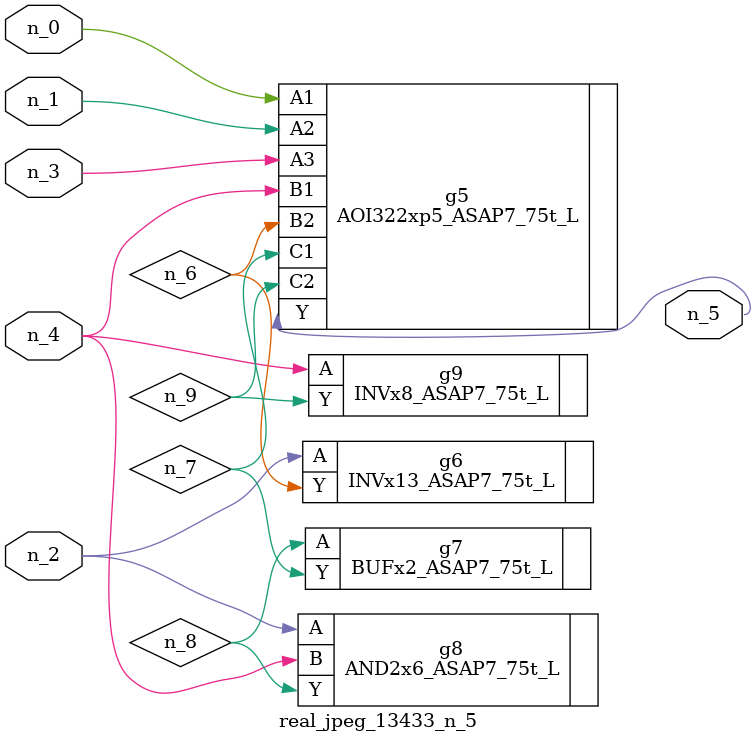
<source format=v>
module real_jpeg_13433_n_5 (n_4, n_0, n_1, n_2, n_3, n_5);

input n_4;
input n_0;
input n_1;
input n_2;
input n_3;

output n_5;

wire n_8;
wire n_6;
wire n_7;
wire n_9;

AOI322xp5_ASAP7_75t_L g5 ( 
.A1(n_0),
.A2(n_1),
.A3(n_3),
.B1(n_4),
.B2(n_6),
.C1(n_7),
.C2(n_9),
.Y(n_5)
);

INVx13_ASAP7_75t_L g6 ( 
.A(n_2),
.Y(n_6)
);

AND2x6_ASAP7_75t_L g8 ( 
.A(n_2),
.B(n_4),
.Y(n_8)
);

INVx8_ASAP7_75t_L g9 ( 
.A(n_4),
.Y(n_9)
);

BUFx2_ASAP7_75t_L g7 ( 
.A(n_8),
.Y(n_7)
);


endmodule
</source>
